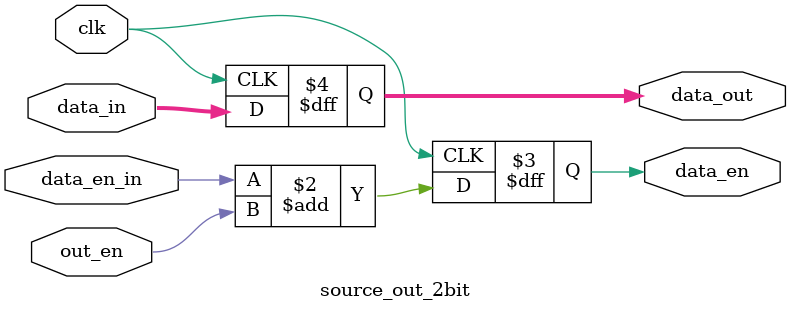
<source format=v>
module source_out_2bit(
	input clk,
	input data_en_in,
	input out_en,
	input [1:0]data_in,
	output reg data_en,
	output reg [1:0]data_out
	);

always @(posedge clk)
begin
	data_en <= data_en_in + out_en;
	data_out <= data_in;
end

endmodule

</source>
